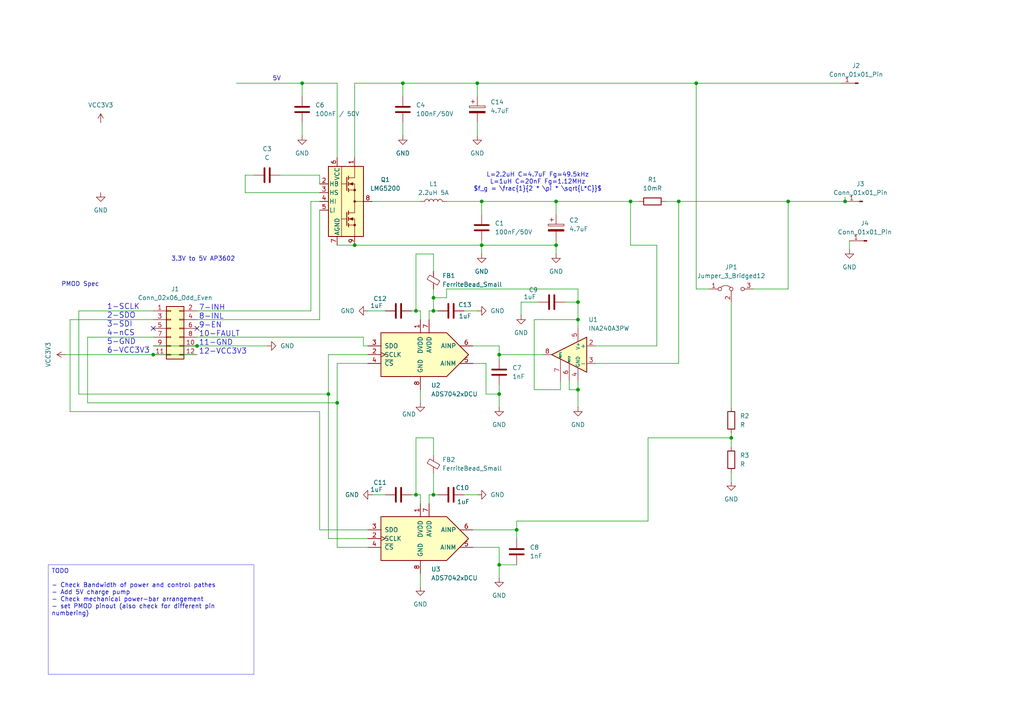
<source format=kicad_sch>
(kicad_sch (version 20250114) (generator "eeschema") (generator_version "9.0")
  (paper "A4")
  (lib_symbols
    (symbol "Amplifier_Current:INA240A3PW" (pin_names (offset 0.127))
      (property "Reference" "U" (at 3.81 3.81 0))
      (property "Value" "INA240A3PW" (at 3.81 -2.54 0))
      (symbol "INA240A3PW_0_1"
        (polyline (pts (xy 5.08 0) (xy -5.08 5.08) (xy -5.08 -5.08) (xy 5.08 0)) (stroke (width 0.254)) (fill (type background)))
      )
      (symbol "INA240A3PW_1_1"
        (pin input line (at -7.62 2.54 0) (length 2.54) (name "+") (number "2"))
        (pin input line (at -7.62 -2.54 0) (length 2.54) (name "-") (number "3"))
        (pin power_in line (at -2.54 7.62 270) (length 3.81) (name "V+") (number "5"))
        (pin passive line (at -2.54 -7.62 90) (length 3.81) (hide yes) (name "GND") (number "1"))
        (pin power_in line (at -2.54 -7.62 90) (length 3.81) (name "GND") (number "4"))
        (pin passive line (at 0 -7.62 90) (length 5.08) (name "REF2") (number "6"))
        (pin passive line (at 2.54 -7.62 90) (length 6.35) (name "REF1") (number "7"))
        (pin output line (at 7.62 0 180) (length 2.54) (name "~") (number "8"))
      )
    )
    (symbol "Analog_ADC:ADS7042xDCU" (pin_names (offset 1.016))
      (property "Reference" "U" (at -7.62 -7.62 0))
      (property "Value" "ADS7042xDCU" (at 2.54 -7.62 0))
      (symbol "ADS7042xDCU_0_1"
        (polyline (pts (xy -13.97 0) (xy -7.62 6.35) (xy 11.43 6.35) (xy 11.43 -6.35) (xy -7.62 -6.35) (xy -13.97 0)) (stroke (width 0.254)) (fill (type background)))
      )
      (symbol "ADS7042xDCU_1_1"
        (pin input line (at -15.24 2.54 0) (length 3.81) (name "AINP") (number "6"))
        (pin input line (at -15.24 -2.54 0) (length 3.81) (name "AINM") (number "5"))
        (pin power_in line (at -2.54 10.16 270) (length 3.81) (name "AVDD") (number "7"))
        (pin power_in line (at 0 10.16 270) (length 3.81) (name "DVDD") (number "1"))
        (pin power_in line (at 0 -10.16 90) (length 3.81) (name "GND") (number "8"))
        (pin output line (at 15.24 2.54 180) (length 3.81) (name "SDO") (number "3"))
        (pin input clock (at 15.24 0 180) (length 3.81) (name "SCLK") (number "2"))
        (pin input line (at 15.24 -2.54 180) (length 3.81) (name "~{CS}") (number "4"))
      )
    )
    (symbol "Connector:Conn_01x01_Pin" (pin_names (offset 1.016) (hide yes))
      (property "Reference" "J" (at 0 2.54 0))
      (property "Value" "Conn_01x01_Pin" (at 0 -2.54 0))
      (symbol "Conn_01x01_Pin_1_1"
        (rectangle (start 0.8636 0.127) (end 0 -0.127) (stroke (width 0.1524)) (fill (type outline)))
        (polyline (pts (xy 1.27 0) (xy 0.8636 0)) (stroke (width 0.1524)))
        (pin passive line (at 5.08 0 180) (length 3.81) (name "Pin_1") (number "1"))
      )
    )
    (symbol "Connector_Generic:Conn_02x06_Odd_Even" (pin_names (offset 1.016) (hide yes))
      (property "Reference" "J" (at 1.27 7.62 0))
      (property "Value" "Conn_02x06_Odd_Even" (at 1.27 -10.16 0))
      (symbol "Conn_02x06_Odd_Even_1_1"
        (rectangle (start -1.27 6.35) (end 3.81 -8.89) (stroke (width 0.254)) (fill (type background)))
        (rectangle (start -1.27 5.207) (end 0 4.953) (stroke (width 0.1524)))
        (rectangle (start -1.27 2.667) (end 0 2.413) (stroke (width 0.1524)))
        (rectangle (start -1.27 0.127) (end 0 -0.127) (stroke (width 0.1524)))
        (rectangle (start -1.27 -2.413) (end 0 -2.667) (stroke (width 0.1524)))
        (rectangle (start -1.27 -4.953) (end 0 -5.207) (stroke (width 0.1524)))
        (rectangle (start -1.27 -7.493) (end 0 -7.747) (stroke (width 0.1524)))
        (rectangle (start 3.81 5.207) (end 2.54 4.953) (stroke (width 0.1524)))
        (rectangle (start 3.81 2.667) (end 2.54 2.413) (stroke (width 0.1524)))
        (rectangle (start 3.81 0.127) (end 2.54 -0.127) (stroke (width 0.1524)))
        (rectangle (start 3.81 -2.413) (end 2.54 -2.667) (stroke (width 0.1524)))
        (rectangle (start 3.81 -4.953) (end 2.54 -5.207) (stroke (width 0.1524)))
        (rectangle (start 3.81 -7.493) (end 2.54 -7.747) (stroke (width 0.1524)))
        (pin passive line (at -5.08 5.08 0) (length 3.81) (name "Pin_1") (number "1"))
        (pin passive line (at -5.08 2.54 0) (length 3.81) (name "Pin_3") (number "3"))
        (pin passive line (at -5.08 0 0) (length 3.81) (name "Pin_5") (number "5"))
        (pin passive line (at -5.08 -2.54 0) (length 3.81) (name "Pin_7") (number "7"))
        (pin passive line (at -5.08 -5.08 0) (length 3.81) (name "Pin_9") (number "9"))
        (pin passive line (at -5.08 -7.62 0) (length 3.81) (name "Pin_11") (number "11"))
        (pin passive line (at 7.62 5.08 180) (length 3.81) (name "Pin_2") (number "2"))
        (pin passive line (at 7.62 2.54 180) (length 3.81) (name "Pin_4") (number "4"))
        (pin passive line (at 7.62 0 180) (length 3.81) (name "Pin_6") (number "6"))
        (pin passive line (at 7.62 -2.54 180) (length 3.81) (name "Pin_8") (number "8"))
        (pin passive line (at 7.62 -5.08 180) (length 3.81) (name "Pin_10") (number "10"))
        (pin passive line (at 7.62 -7.62 180) (length 3.81) (name "Pin_12") (number "12"))
      )
    )
    (symbol "Device:C" (pin_numbers (hide yes)) (pin_names (offset 0.254))
      (property "Reference" "C" (at 0.635 2.54 0))
      (property "Value" "C" (at 0.635 -2.54 0))
      (symbol "C_0_1"
        (polyline (pts (xy -2.032 0.762) (xy 2.032 0.762)) (stroke (width 0.508)))
        (polyline (pts (xy -2.032 -0.762) (xy 2.032 -0.762)) (stroke (width 0.508)))
      )
      (symbol "C_1_1"
        (pin passive line (at 0 3.81 270) (length 2.794) (name "~") (number "1"))
        (pin passive line (at 0 -3.81 90) (length 2.794) (name "~") (number "2"))
      )
    )
    (symbol "Device:C_Polarized" (pin_numbers (hide yes)) (pin_names (offset 0.254))
      (property "Reference" "C" (at 0.635 2.54 0))
      (property "Value" "C_Polarized" (at 0.635 -2.54 0))
      (symbol "C_Polarized_0_1"
        (rectangle (start -2.286 0.508) (end 2.286 1.016))
        (polyline (pts (xy -1.778 2.286) (xy -0.762 2.286)))
        (polyline (pts (xy -1.27 2.794) (xy -1.27 1.778)))
        (rectangle (start 2.286 -0.508) (end -2.286 -1.016) (fill (type outline)))
      )
      (symbol "C_Polarized_1_1"
        (pin passive line (at 0 3.81 270) (length 2.794) (name "~") (number "1"))
        (pin passive line (at 0 -3.81 90) (length 2.794) (name "~") (number "2"))
      )
    )
    (symbol "Device:FerriteBead_Small" (pin_numbers (hide yes)) (pin_names (offset 0))
      (property "Reference" "FB" (at 1.905 1.27 0))
      (property "Value" "FerriteBead_Small" (at 1.905 -1.27 0))
      (symbol "FerriteBead_Small_0_1"
        (polyline (pts (xy -1.8288 0.2794) (xy -1.1176 1.4986) (xy 1.8288 -0.2032) (xy 1.1176 -1.4224) (xy -1.8288 0.2794)))
        (polyline (pts (xy 0 0.889) (xy 0 1.2954)))
        (polyline (pts (xy 0 -1.27) (xy 0 -0.7874)))
      )
      (symbol "FerriteBead_Small_1_1"
        (pin passive line (at 0 2.54 270) (length 1.27) (name "~") (number "1"))
        (pin passive line (at 0 -2.54 90) (length 1.27) (name "~") (number "2"))
      )
    )
    (symbol "Device:L" (pin_numbers (hide yes)) (pin_names (offset 1.016) (hide yes))
      (property "Reference" "L" (at -1.27 0 90))
      (property "Value" "L" (at 1.905 0 90))
      (symbol "L_0_1"
        (arc (start 0 2.54) (mid 0.6323 1.905) (end 0 1.27))
        (arc (start 0 1.27) (mid 0.6323 0.635) (end 0 0))
        (arc (start 0 0) (mid 0.6323 -0.635) (end 0 -1.27))
        (arc (start 0 -1.27) (mid 0.6323 -1.905) (end 0 -2.54))
      )
      (symbol "L_1_1"
        (pin passive line (at 0 3.81 270) (length 1.27) (name "1") (number "1"))
        (pin passive line (at 0 -3.81 90) (length 1.27) (name "2") (number "2"))
      )
    )
    (symbol "Device:R" (pin_numbers (hide yes)) (pin_names (offset 0))
      (property "Reference" "R" (at 2.032 0 90))
      (property "Value" "R" (at 0 0 90))
      (symbol "R_0_1"
        (rectangle (start -1.016 -2.54) (end 1.016 2.54) (stroke (width 0.254)))
      )
      (symbol "R_1_1"
        (pin passive line (at 0 3.81 270) (length 1.27) (name "~") (number "1"))
        (pin passive line (at 0 -3.81 90) (length 1.27) (name "~") (number "2"))
      )
    )
    (symbol "Jumper:Jumper_3_Bridged12" (pin_names (offset 0) (hide yes)) (in_bom no)
      (property "Reference" "JP" (at -2.54 -2.54 0))
      (property "Value" "Jumper_3_Bridged12" (at 0 2.794 0))
      (symbol "Jumper_3_Bridged12_0_0"
        (circle (center -3.302 0) (radius 0.508))
        (circle (center 0 0) (radius 0.508))
        (circle (center 3.302 0) (radius 0.508))
      )
      (symbol "Jumper_3_Bridged12_0_1"
        (arc (start -3.048 0.508) (mid -1.651 0.9912) (end -0.254 0.508))
        (polyline (pts (xy 0 -1.27) (xy 0 -0.508)))
      )
      (symbol "Jumper_3_Bridged12_1_1"
        (pin passive line (at -6.35 0 0) (length 2.54) (name "A") (number "1"))
        (pin passive line (at 0 -3.81 90) (length 2.54) (name "C") (number "2"))
        (pin passive line (at 6.35 0 180) (length 2.54) (name "B") (number "3"))
      )
    )
    (symbol "Power_Management:LMG5200" (pin_names (offset 0.254))
      (property "Reference" "Q" (at 6.35 5.08 0))
      (property "Value" "LMG5200" (at 6.35 2.54 0))
      (symbol "LMG5200_0_1"
        (rectangle (start -5.08 10.16) (end 5.08 -10.16) (stroke (width 0.254)) (fill (type background)))
        (polyline (pts (xy -1.27 10.16) (xy -1.27 -10.16)))
        (polyline (pts (xy -1.27 5.08) (xy 0.254 5.08)))
        (polyline (pts (xy -1.27 -5.08) (xy 0.254 -5.08)))
        (polyline (pts (xy 0.254 6.985) (xy 0.254 3.175) (xy 0.254 3.175)) (stroke (width 0.254)))
        (polyline (pts (xy 0.254 -3.175) (xy 0.254 -6.985) (xy 0.254 -6.985)) (stroke (width 0.254)))
        (polyline (pts (xy 0.762 7.366) (xy 0.762 6.35)) (stroke (width 0.254)))
        (polyline (pts (xy 0.762 6.858) (xy 2.54 6.858) (xy 2.54 10.16)))
        (polyline (pts (xy 0.762 5.588) (xy 0.762 4.572)) (stroke (width 0.254)))
        (polyline (pts (xy 0.762 5.08) (xy 2.54 5.08) (xy 2.54 -3.302) (xy 0.762 -3.302)))
        (polyline (pts (xy 0.762 3.81) (xy 0.762 2.794)) (stroke (width 0.254)))
        (polyline (pts (xy 0.762 3.302) (xy 2.54 3.302)))
        (polyline (pts (xy 0.762 -2.794) (xy 0.762 -3.81)) (stroke (width 0.254)))
        (polyline (pts (xy 0.762 -4.572) (xy 0.762 -5.588)) (stroke (width 0.254)))
        (polyline (pts (xy 0.762 -6.35) (xy 0.762 -7.366)) (stroke (width 0.254)))
        (polyline (pts (xy 0.762 -6.858) (xy 2.54 -6.858)))
        (polyline (pts (xy 1.016 5.08) (xy 2.032 5.461) (xy 2.032 4.699) (xy 1.016 5.08)) (fill (type outline)))
        (polyline (pts (xy 1.016 -5.08) (xy 2.032 -4.699) (xy 2.032 -5.461) (xy 1.016 -5.08)) (fill (type outline)))
        (circle (center 2.54 3.302) (radius 0.2794) (fill (type outline)))
        (circle (center 2.54 0) (radius 0.2794) (fill (type outline)))
        (circle (center 2.54 -6.858) (radius 0.2794) (fill (type outline)))
        (polyline (pts (xy 2.54 -10.16) (xy 2.54 -5.08) (xy 0.762 -5.08)))
        (polyline (pts (xy 5.08 0) (xy 2.54 0)))
      )
      (symbol "LMG5200_1_1"
        (pin passive line (at -7.62 5.08 0) (length 2.54) (name "HB") (number "2"))
        (pin passive line (at -7.62 2.54 0) (length 2.54) (name "HS") (number "3"))
        (pin input line (at -7.62 0 0) (length 2.54) (name "HI") (number "4"))
        (pin input line (at -7.62 -2.54 0) (length 2.54) (name "LI") (number "5"))
        (pin power_in line (at -2.54 12.7 270) (length 2.54) (name "VCC") (number "6"))
        (pin power_in line (at -2.54 -12.7 90) (length 2.54) (name "AGND") (number "7"))
        (pin passive line (at 2.54 12.7 270) (length 2.54) (name "~") (number "1"))
        (pin passive line (at 2.54 -12.7 90) (length 2.54) (name "~") (number "9"))
        (pin passive line (at 7.62 0 180) (length 2.54) (name "~") (number "8"))
      )
    )
    (symbol "power:GND" (power) (pin_numbers (hide yes)) (pin_names (offset 0) (hide yes))
      (property "Value" "GND" (at 0 -3.81 0))
      (symbol "GND_0_1"
        (polyline (pts (xy 0 0) (xy 0 -1.27) (xy 1.27 -1.27) (xy 0 -2.54) (xy -1.27 -1.27) (xy 0 -1.27)))
      )
      (symbol "GND_1_1"
        (pin power_in line (at 0 0 270) (length 0) (name "~") (number "1"))
      )
    )
    (symbol "power:VCC" (power) (pin_numbers (hide yes)) (pin_names (offset 0) (hide yes))
      (property "Value" "VCC" (at 0 3.556 0))
      (symbol "VCC_0_1"
        (polyline (pts (xy -0.762 1.27) (xy 0 2.54)))
        (polyline (pts (xy 0 2.54) (xy 0.762 1.27)))
        (polyline (pts (xy 0 0) (xy 0 2.54)))
      )
      (symbol "VCC_1_1"
        (pin power_in line (at 0 0 90) (length 0) (name "~") (number "1"))
      )
    )
  )
  (text "1-SCLK\n2-SDO\n3-SDI\n4-nCS\n5-GND\n6-VCC3V3" (at 30.988 88.138 0) (effects (font (size 1.5748 1.5748)) (justify left top)))
  (text "3.3V to 5V AP3602" (at 58.928 75.184 0) (effects (font (size 1.27 1.27))))
  (text "L=2.2uH C=4.7uF Fg=49.5kHz\nL=1uH C=20nF Fg=1.12MHz\n$f_g = \\frac{1}{2 * \\pi * \\sqrt{L*C}}$" (at 155.956 52.832 0) (effects (font (size 1.27 1.27))))
  (text "PMOD Spec" (exclude_from_sim yes) (at 17.78 81.788 0) (effects (font (size 1.27 1.27)) (justify left top)))
  (text "5V" (at 80.264 22.86 0) (effects (font (size 1.27 1.27))))
  (text "7-INH\n8-INL\n9-EN\n10-FAULT\n11-GND\n12-VCC3V3" (at 57.658 88.392 0) (effects (font (size 1.5748 1.5748)) (justify left top)))
  (text_box "TODO\n\n- Check Bandwidth of power and control pathes\n- Add 5V charge pump\n- Check mechanical power-bar arrangement\n- set PMOD pinout (also check for different pin numbering)" (exclude_from_sim yes) (at 13.97 163.83 0) (size 59.69 31.75) (margins 0.9525 0.9525 0.9525 0.9525) (stroke (width 0.0254)) (effects (font (size 1.27 1.27)) (justify left top)))
  (junction (at 97.79 116.84))
  (junction (at 95.25 114.3))
  (junction (at 149.86 153.67))
  (junction (at 228.6 58.42))
  (junction (at 120.65 143.51))
  (junction (at 138.43 24.13))
  (junction (at 125.73 86.36))
  (junction (at 167.64 113.03))
  (junction (at 182.88 58.42))
  (junction (at 144.78 114.3))
  (junction (at 245.11 58.42))
  (junction (at 139.7 71.12))
  (junction (at 212.09 127))
  (junction (at 44.45 102.87))
  (junction (at 125.73 143.51))
  (junction (at 57.15 100.33))
  (junction (at 167.64 92.71))
  (junction (at 125.73 90.17))
  (junction (at 161.29 58.42))
  (junction (at 87.63 24.13))
  (junction (at 167.64 87.63))
  (junction (at 116.84 24.13))
  (junction (at 102.87 71.12))
  (junction (at 144.78 102.87))
  (junction (at 161.29 71.12))
  (junction (at 144.78 163.83))
  (junction (at 120.65 90.17))
  (junction (at 196.85 58.42))
  (junction (at 139.7 58.42))
  (junction (at 201.93 24.13))
  (no_connect (at 44.45 95.25))
  (no_connect (at 57.15 95.25))
  (wire (pts (xy 182.88 71.12) (xy 182.88 58.42)))
  (wire (pts (xy 71.12 50.8) (xy 73.66 50.8)))
  (wire (pts (xy 97.79 116.84) (xy 25.4 116.84)))
  (wire (pts (xy 124.46 143.51) (xy 125.73 143.51)))
  (wire (pts (xy 121.92 166.37) (xy 121.92 170.18)))
  (wire (pts (xy 140.97 105.41) (xy 140.97 114.3)))
  (wire (pts (xy 187.96 127) (xy 212.09 127)))
  (wire (pts (xy 167.64 113.03) (xy 167.64 118.11)))
  (wire (pts (xy 149.86 163.83) (xy 144.78 163.83)))
  (wire (pts (xy 137.16 158.75) (xy 144.78 158.75)))
  (wire (pts (xy 125.73 73.66) (xy 125.73 78.74)))
  (wire (pts (xy 129.54 86.36) (xy 125.73 86.36)))
  (wire (pts (xy 187.96 127) (xy 187.96 151.13)))
  (wire (pts (xy 138.43 24.13) (xy 138.43 27.94)))
  (wire (pts (xy 139.7 71.12) (xy 161.29 71.12)))
  (wire (pts (xy 144.78 163.83) (xy 144.78 167.64)))
  (wire (pts (xy 149.86 153.67) (xy 149.86 156.21)))
  (wire (pts (xy 97.79 116.84) (xy 97.79 158.75)))
  (wire (pts (xy 125.73 137.16) (xy 125.73 143.51)))
  (wire (pts (xy 44.45 100.33) (xy 57.15 100.33)))
  (wire (pts (xy 125.73 127) (xy 125.73 132.08)))
  (wire (pts (xy 212.09 137.16) (xy 212.09 139.7)))
  (wire (pts (xy 140.97 114.3) (xy 144.78 114.3)))
  (wire (pts (xy 102.87 24.13) (xy 102.87 45.72)))
  (wire (pts (xy 120.65 127) (xy 125.73 127)))
  (wire (pts (xy 138.43 24.13) (xy 201.93 24.13)))
  (wire (pts (xy 124.46 92.71) (xy 124.46 90.17)))
  (wire (pts (xy 125.73 90.17) (xy 127 90.17)))
  (wire (pts (xy 120.65 143.51) (xy 120.65 127)))
  (wire (pts (xy 44.45 102.87) (xy 57.15 102.87)))
  (wire (pts (xy 95.25 102.87) (xy 95.25 114.3)))
  (wire (pts (xy 228.6 83.82) (xy 228.6 58.42)))
  (wire (pts (xy 201.93 24.13) (xy 243.84 24.13)))
  (wire (pts (xy 196.85 58.42) (xy 228.6 58.42)))
  (wire (pts (xy 149.86 153.67) (xy 149.86 151.13)))
  (wire (pts (xy 57.15 100.33) (xy 77.47 100.33)))
  (wire (pts (xy 105.41 100.33) (xy 106.68 100.33)))
  (wire (pts (xy 167.64 83.82) (xy 129.54 83.82)))
  (wire (pts (xy 124.46 90.17) (xy 125.73 90.17)))
  (wire (pts (xy 116.84 24.13) (xy 116.84 27.94)))
  (wire (pts (xy 157.48 102.87) (xy 144.78 102.87)))
  (wire (pts (xy 144.78 158.75) (xy 144.78 163.83)))
  (wire (pts (xy 162.56 110.49) (xy 162.56 113.03)))
  (wire (pts (xy 120.65 143.51) (xy 121.92 143.51)))
  (wire (pts (xy 120.65 73.66) (xy 125.73 73.66)))
  (wire (pts (xy 134.62 143.51) (xy 138.43 143.51)))
  (wire (pts (xy 161.29 71.12) (xy 161.29 73.66)))
  (wire (pts (xy 116.84 35.56) (xy 116.84 39.37)))
  (wire (pts (xy 92.71 50.8) (xy 92.71 53.34)))
  (wire (pts (xy 119.38 143.51) (xy 120.65 143.51)))
  (wire (pts (xy 161.29 71.12) (xy 161.29 69.85)))
  (wire (pts (xy 144.78 114.3) (xy 144.78 118.11)))
  (wire (pts (xy 107.95 58.42) (xy 121.92 58.42)))
  (wire (pts (xy 111.76 143.51) (xy 107.95 143.51)))
  (wire (pts (xy 165.1 113.03) (xy 167.64 113.03)))
  (wire (pts (xy 57.15 97.79) (xy 105.41 97.79)))
  (wire (pts (xy 149.86 151.13) (xy 187.96 151.13)))
  (wire (pts (xy 212.09 127) (xy 212.09 129.54)))
  (wire (pts (xy 20.32 119.38) (xy 92.71 119.38)))
  (wire (pts (xy 154.94 113.03) (xy 154.94 92.71)))
  (wire (pts (xy 129.54 83.82) (xy 129.54 86.36)))
  (wire (pts (xy 246.38 69.85) (xy 246.38 72.39)))
  (wire (pts (xy 124.46 143.51) (xy 124.46 146.05)))
  (wire (pts (xy 121.92 90.17) (xy 121.92 92.71)))
  (wire (pts (xy 87.63 35.56) (xy 87.63 39.37)))
  (wire (pts (xy 144.78 102.87) (xy 144.78 104.14)))
  (wire (pts (xy 125.73 83.82) (xy 125.73 86.36)))
  (wire (pts (xy 228.6 58.42) (xy 245.11 58.42)))
  (wire (pts (xy 116.84 24.13) (xy 138.43 24.13)))
  (wire (pts (xy 22.86 90.17) (xy 22.86 114.3)))
  (wire (pts (xy 87.63 24.13) (xy 87.63 27.94)))
  (wire (pts (xy 144.78 111.76) (xy 144.78 114.3)))
  (wire (pts (xy 139.7 58.42) (xy 139.7 62.23)))
  (wire (pts (xy 151.13 87.63) (xy 156.21 87.63)))
  (wire (pts (xy 167.64 83.82) (xy 167.64 87.63)))
  (wire (pts (xy 129.54 58.42) (xy 139.7 58.42)))
  (wire (pts (xy 116.84 24.13) (xy 102.87 24.13)))
  (wire (pts (xy 167.64 110.49) (xy 167.64 113.03)))
  (wire (pts (xy 139.7 69.85) (xy 139.7 71.12)))
  (wire (pts (xy 97.79 71.12) (xy 102.87 71.12)))
  (wire (pts (xy 68.58 24.13) (xy 87.63 24.13)))
  (wire (pts (xy 137.16 105.41) (xy 140.97 105.41)))
  (wire (pts (xy 162.56 113.03) (xy 154.94 113.03)))
  (wire (pts (xy 212.09 87.63) (xy 212.09 118.11)))
  (wire (pts (xy 201.93 83.82) (xy 201.93 24.13)))
  (wire (pts (xy 165.1 110.49) (xy 165.1 113.03)))
  (wire (pts (xy 190.5 71.12) (xy 182.88 71.12)))
  (wire (pts (xy 138.43 35.56) (xy 138.43 39.37)))
  (wire (pts (xy 57.15 92.71) (xy 92.71 92.71)))
  (wire (pts (xy 95.25 102.87) (xy 106.68 102.87)))
  (wire (pts (xy 212.09 125.73) (xy 212.09 127)))
  (wire (pts (xy 144.78 100.33) (xy 137.16 100.33)))
  (wire (pts (xy 182.88 58.42) (xy 185.42 58.42)))
  (wire (pts (xy 106.68 153.67) (xy 92.71 153.67)))
  (wire (pts (xy 154.94 92.71) (xy 167.64 92.71)))
  (wire (pts (xy 81.28 50.8) (xy 92.71 50.8)))
  (wire (pts (xy 44.45 97.79) (xy 25.4 97.79)))
  (wire (pts (xy 121.92 143.51) (xy 121.92 146.05)))
  (wire (pts (xy 22.86 114.3) (xy 95.25 114.3)))
  (wire (pts (xy 95.25 114.3) (xy 95.25 156.21)))
  (wire (pts (xy 163.83 87.63) (xy 167.64 87.63)))
  (wire (pts (xy 97.79 105.41) (xy 106.68 105.41)))
  (wire (pts (xy 92.71 55.88) (xy 71.12 55.88)))
  (wire (pts (xy 196.85 105.41) (xy 172.72 105.41)))
  (wire (pts (xy 196.85 58.42) (xy 196.85 105.41)))
  (wire (pts (xy 44.45 92.71) (xy 20.32 92.71)))
  (wire (pts (xy 134.62 90.17) (xy 138.43 90.17)))
  (wire (pts (xy 102.87 71.12) (xy 139.7 71.12)))
  (wire (pts (xy 25.4 97.79) (xy 25.4 116.84)))
  (wire (pts (xy 125.73 143.51) (xy 127 143.51)))
  (wire (pts (xy 205.74 83.82) (xy 201.93 83.82)))
  (wire (pts (xy 19.05 102.87) (xy 44.45 102.87)))
  (wire (pts (xy 20.32 92.71) (xy 20.32 119.38)))
  (wire (pts (xy 92.71 60.96) (xy 92.71 92.71)))
  (wire (pts (xy 92.71 153.67) (xy 92.71 119.38)))
  (wire (pts (xy 125.73 86.36) (xy 125.73 90.17)))
  (wire (pts (xy 167.64 95.25) (xy 167.64 92.71)))
  (wire (pts (xy 172.72 100.33) (xy 190.5 100.33)))
  (wire (pts (xy 90.17 58.42) (xy 90.17 90.17)))
  (wire (pts (xy 167.64 87.63) (xy 167.64 92.71)))
  (wire (pts (xy 87.63 24.13) (xy 97.79 24.13)))
  (wire (pts (xy 151.13 91.44) (xy 151.13 87.63)))
  (wire (pts (xy 190.5 100.33) (xy 190.5 71.12)))
  (wire (pts (xy 97.79 105.41) (xy 97.79 116.84)))
  (wire (pts (xy 105.41 100.33) (xy 105.41 97.79)))
  (wire (pts (xy 71.12 55.88) (xy 71.12 50.8)))
  (wire (pts (xy 137.16 153.67) (xy 149.86 153.67)))
  (wire (pts (xy 120.65 90.17) (xy 120.65 73.66)))
  (wire (pts (xy 106.68 90.17) (xy 111.76 90.17)))
  (wire (pts (xy 139.7 71.12) (xy 139.7 73.66)))
  (wire (pts (xy 97.79 158.75) (xy 106.68 158.75)))
  (wire (pts (xy 22.86 90.17) (xy 44.45 90.17)))
  (wire (pts (xy 139.7 58.42) (xy 161.29 58.42)))
  (wire (pts (xy 245.11 57.15) (xy 245.11 58.42)))
  (wire (pts (xy 57.15 90.17) (xy 90.17 90.17)))
  (wire (pts (xy 95.25 156.21) (xy 106.68 156.21)))
  (wire (pts (xy 97.79 24.13) (xy 97.79 45.72)))
  (wire (pts (xy 218.44 83.82) (xy 228.6 83.82)))
  (wire (pts (xy 121.92 113.03) (xy 121.92 116.84)))
  (wire (pts (xy 92.71 58.42) (xy 90.17 58.42)))
  (wire (pts (xy 161.29 58.42) (xy 182.88 58.42)))
  (wire (pts (xy 120.65 90.17) (xy 121.92 90.17)))
  (wire (pts (xy 144.78 102.87) (xy 144.78 100.33)))
  (wire (pts (xy 193.04 58.42) (xy 196.85 58.42)))
  (wire (pts (xy 161.29 58.42) (xy 161.29 62.23)))
  (wire (pts (xy 119.38 90.17) (xy 120.65 90.17)))
  (symbol (lib_id "power:GND") (at 29.21 55.88 0) (unit 1)
    (property "Reference" "#PWR020" (effects (hide yes)))
    (property "Value" "GND" (at 29.21 60.96 0))
    (property "Description" "Power symbol creates a global label with name \"GND\" , ground" (effects (hide yes)))
  )
  (symbol (lib_id "Device:C") (at 130.81 90.17 90) (unit 1)
    (property "Reference" "C13" (at 134.874 88.392 90))
    (property "Value" "1uF" (at 134.874 91.694 90))
    (property "Footprint" "Capacitor_SMD:C_0603_1608Metric" (effects (hide yes)))
    (property "Description" "Unpolarized capacitor" (effects (hide yes)))
  )
  (symbol (lib_id "power:GND") (at 121.92 170.18 0) (unit 1)
    (property "Reference" "#PWR09" (effects (hide yes)))
    (property "Value" "GND" (at 121.92 175.26 0))
    (property "Description" "Power symbol creates a global label with name \"GND\" , ground" (effects (hide yes)))
  )
  (symbol (lib_id "Device:C") (at 160.02 87.63 90) (unit 1)
    (property "Reference" "C9" (at 154.686 84.074 90))
    (property "Value" "1uF" (at 153.67 86.106 90))
    (property "Footprint" "Capacitor_SMD:C_0603_1608Metric" (effects (hide yes)))
    (property "Description" "Unpolarized capacitor" (effects (hide yes)))
  )
  (symbol (lib_id "Connector:Conn_01x01_Pin") (at 250.19 58.42 0) (mirror y) (unit 1)
    (property "Reference" "J3" (at 249.555 53.34 0))
    (property "Value" "Conn_01x01_Pin" (at 249.555 55.88 0))
    (property "Footprint" "MountingHole:MountingHole_3.2mm_M3_Pad_Via" (effects (hide yes)))
    (property "Description" "Generic connector, single row, 01x01, script generated" (effects (hide yes)))
  )
  (symbol (lib_id "power:GND") (at 246.38 72.39 0) (unit 1)
    (property "Reference" "#PWR016" (effects (hide yes)))
    (property "Value" "GND" (at 246.38 77.47 0))
    (property "Description" "Power symbol creates a global label with name \"GND\" , ground" (effects (hide yes)))
  )
  (symbol (lib_id "power:GND") (at 138.43 143.51 90) (unit 1)
    (property "Reference" "#PWR014" (effects (hide yes)))
    (property "Value" "GND" (at 142.24 143.5099 90) (effects (justify right)))
    (property "Description" "Power symbol creates a global label with name \"GND\" , ground" (effects (hide yes)))
  )
  (symbol (lib_id "power:GND") (at 212.09 139.7 0) (unit 1)
    (property "Reference" "#PWR06" (effects (hide yes)))
    (property "Value" "GND" (at 212.09 144.78 0))
    (property "Description" "Power symbol creates a global label with name \"GND\" , ground" (effects (hide yes)))
  )
  (symbol (lib_id "Device:R") (at 189.23 58.42 90) (unit 1)
    (property "Reference" "R1" (at 189.23 52.07 90))
    (property "Value" "10mR" (at 189.23 54.61 90))
    (property "Footprint" "Resistor_SMD:R_2512_6332Metric" (effects (hide yes)))
    (property "Description" "Resistor" (effects (hide yes)))
  )
  (symbol (lib_id "power:GND") (at 144.78 118.11 0) (unit 1)
    (property "Reference" "#PWR011" (effects (hide yes)))
    (property "Value" "GND" (at 144.78 123.19 0))
    (property "Description" "Power symbol creates a global label with name \"GND\" , ground" (effects (hide yes)))
  )
  (symbol (lib_id "Device:C") (at 115.57 90.17 90) (unit 1)
    (property "Reference" "C12" (at 110.236 86.614 90))
    (property "Value" "1uF" (at 109.22 88.646 90))
    (property "Footprint" "Capacitor_SMD:C_0603_1608Metric" (effects (hide yes)))
    (property "Description" "Unpolarized capacitor" (effects (hide yes)))
  )
  (symbol (lib_id "power:GND") (at 116.84 39.37 0) (unit 1)
    (property "Reference" "#PWR03" (effects (hide yes)))
    (property "Value" "GND" (at 116.84 44.45 0))
    (property "Description" "Power symbol creates a global label with name \"GND\" , ground" (effects (hide yes)))
  )
  (symbol (lib_id "Device:C") (at 77.47 50.8 90) (unit 1)
    (property "Reference" "C3" (at 77.47 43.18 90))
    (property "Value" "C" (at 77.47 45.72 90))
    (property "Footprint" "Capacitor_SMD:C_0603_1608Metric_Pad1.08x0.95mm_HandSolder" (effects (hide yes)))
    (property "Description" "Unpolarized capacitor" (effects (hide yes)))
  )
  (symbol (lib_id "Connector:Conn_01x01_Pin") (at 248.92 24.13 0) (mirror y) (unit 1)
    (property "Reference" "J2" (at 248.285 19.05 0))
    (property "Value" "Conn_01x01_Pin" (at 248.285 21.59 0))
    (property "Footprint" "MountingHole:MountingHole_3.2mm_M3_Pad_Via" (effects (hide yes)))
    (property "Description" "Generic connector, single row, 01x01, script generated" (effects (hide yes)))
  )
  (symbol (lib_id "power:GND") (at 161.29 73.66 0) (unit 1)
    (property "Reference" "#PWR01" (effects (hide yes)))
    (property "Value" "GND" (at 161.29 78.74 0))
    (property "Description" "Power symbol creates a global label with name \"GND\" , ground" (effects (hide yes)))
  )
  (symbol (lib_id "Device:C") (at 149.86 160.02 0) (unit 1)
    (property "Reference" "C8" (at 153.67 158.7499 0) (effects (justify left)))
    (property "Value" "1nF" (at 153.67 161.2899 0) (effects (justify left)))
    (property "Footprint" "Capacitor_SMD:C_0603_1608Metric_Pad1.08x0.95mm_HandSolder" (effects (hide yes)))
    (property "Description" "Unpolarized capacitor" (effects (hide yes)))
  )
  (symbol (lib_id "Analog_ADC:ADS7042xDCU") (at 121.92 102.87 0) (mirror y) (unit 1)
    (property "Reference" "U2" (at 125.0381 111.76 0) (effects (justify right)))
    (property "Value" "ADS7042xDCU" (at 125.0381 114.3 0) (effects (justify right)))
    (property "Footprint" "Package_SO:VSSOP-8_2.3x2mm_P0.5mm" (effects (hide yes)))
    (property "Datasheet" "http://www.ti.com/lit/ds/symlink/ads7042.pdf" (effects (hide yes)))
    (property "Description" "Ultra-Low Power, Ultra-Small Size, 12-Bit, 1-MSPS, SAR ADC" (effects (hide yes)))
  )
  (symbol (lib_id "power:GND") (at 138.43 90.17 90) (unit 1)
    (property "Reference" "#PWR013" (effects (hide yes)))
    (property "Value" "GND" (at 142.24 90.1699 90) (effects (justify right)))
    (property "Description" "Power symbol creates a global label with name \"GND\" , ground" (effects (hide yes)))
  )
  (symbol (lib_id "Device:C") (at 139.7 66.04 0) (unit 1)
    (property "Reference" "C1" (at 143.51 64.7699 0) (effects (justify left)))
    (property "Value" "100nF/50V" (at 143.51 67.3099 0) (effects (justify left)))
    (property "Footprint" "Capacitor_SMD:C_0603_1608Metric_Pad1.08x0.95mm_HandSolder" (effects (hide yes)))
    (property "Description" "Unpolarized capacitor" (effects (hide yes)))
  )
  (symbol (lib_id "power:GND") (at 144.78 167.64 0) (unit 1)
    (property "Reference" "#PWR010" (effects (hide yes)))
    (property "Value" "GND" (at 144.78 172.72 0))
    (property "Description" "Power symbol creates a global label with name \"GND\" , ground" (effects (hide yes)))
  )
  (symbol (lib_id "Device:R") (at 212.09 133.35 180) (unit 1)
    (property "Reference" "R3" (at 214.63 132.0799 0) (effects (justify right)))
    (property "Value" "R" (at 214.63 134.6199 0) (effects (justify right)))
    (property "Footprint" "Resistor_SMD:R_0603_1608Metric_Pad0.98x0.95mm_HandSolder" (effects (hide yes)))
    (property "Description" "Resistor" (effects (hide yes)))
  )
  (symbol (lib_id "Analog_ADC:ADS7042xDCU") (at 121.92 156.21 0) (mirror y) (unit 1)
    (property "Reference" "U3" (at 125.0381 165.1 0) (effects (justify right)))
    (property "Value" "ADS7042xDCU" (at 125.0381 167.64 0) (effects (justify right)))
    (property "Footprint" "Package_SO:VSSOP-8_2.3x2mm_P0.5mm" (effects (hide yes)))
    (property "Datasheet" "http://www.ti.com/lit/ds/symlink/ads7042.pdf" (effects (hide yes)))
    (property "Description" "Ultra-Low Power, Ultra-Small Size, 12-Bit, 1-MSPS, SAR ADC" (effects (hide yes)))
  )
  (symbol (lib_id "Device:L") (at 125.73 58.42 90) (unit 1)
    (property "Reference" "L1" (at 125.73 53.34 90))
    (property "Value" "2.2uH 5A" (at 125.73 55.88 90))
    (property "Footprint" "Inductor_SMD:L_7.3x7.3_H4.5" (effects (hide yes)))
    (property "Datasheet" "https://www.we-online.com/components/products/datasheet/744777002.pdf" (effects (hide yes)))
    (property "Description" "Inductor" (effects (hide yes)))
    (property "mfg#" "würth 744777002" (effects (hide yes)))
  )
  (symbol (lib_id "Connector:Conn_01x01_Pin") (at 251.46 69.85 0) (mirror y) (unit 1)
    (property "Reference" "J4" (at 250.825 64.77 0))
    (property "Value" "Conn_01x01_Pin" (at 250.825 67.31 0))
    (property "Footprint" "MountingHole:MountingHole_3.2mm_M3_Pad_Via" (effects (hide yes)))
    (property "Description" "Generic connector, single row, 01x01, script generated" (effects (hide yes)))
  )
  (symbol (lib_id "Device:C_Polarized") (at 138.43 31.75 0) (unit 1)
    (property "Reference" "C14" (at 142.24 29.5909 0) (effects (justify left)))
    (property "Value" "4.7uF" (at 142.24 32.1309 0) (effects (justify left)))
    (property "Footprint" "Capacitor_Tantalum_SMD:CP_EIA-7132-28_AVX-C" (effects (hide yes)))
    (property "Description" "Polarized capacitor" (effects (hide yes)))
  )
  (symbol (lib_id "power:VCC") (at 19.05 102.87 90) (mirror x) (unit 1)
    (property "Reference" "#PWR019" (effects (hide yes)))
    (property "Value" "VCC3V3" (at 13.97 102.87 0))
    (property "Description" "Power symbol creates a global label with name \"VCC\"" (effects (hide yes)))
  )
  (symbol (lib_id "power:GND") (at 167.64 118.11 0) (unit 1)
    (property "Reference" "#PWR08" (effects (hide yes)))
    (property "Value" "GND" (at 167.64 123.19 0))
    (property "Description" "Power symbol creates a global label with name \"GND\" , ground" (effects (hide yes)))
  )
  (symbol (lib_id "Device:C_Polarized") (at 161.29 66.04 0) (unit 1)
    (property "Reference" "C2" (at 165.1 63.8809 0) (effects (justify left)))
    (property "Value" "4.7uF" (at 165.1 66.4209 0) (effects (justify left)))
    (property "Footprint" "Capacitor_Tantalum_SMD:CP_EIA-7132-28_AVX-C" (effects (hide yes)))
    (property "Description" "Polarized capacitor" (effects (hide yes)))
  )
  (symbol (lib_id "Device:FerriteBead_Small") (at 125.73 134.62 0) (unit 1)
    (property "Reference" "FB2" (at 128.27 133.3118 0) (effects (justify left)))
    (property "Value" "FerriteBead_Small" (at 128.27 135.8518 0) (effects (justify left)))
    (property "Footprint" "Inductor_SMD:L_Coilcraft_0604HQ_1610Metric" (effects (hide yes)))
    (property "Description" "Ferrite bead, small symbol" (effects (hide yes)))
  )
  (symbol (lib_id "power:GND") (at 138.43 39.37 0) (unit 1)
    (property "Reference" "#PWR04" (effects (hide yes)))
    (property "Value" "GND" (at 138.43 44.45 0))
    (property "Description" "Power symbol creates a global label with name \"GND\" , ground" (effects (hide yes)))
  )
  (symbol (lib_id "power:GND") (at 87.63 39.37 0) (unit 1)
    (property "Reference" "#PWR05" (effects (hide yes)))
    (property "Value" "GND" (at 87.63 44.45 0))
    (property "Description" "Power symbol creates a global label with name \"GND\" , ground" (effects (hide yes)))
  )
  (symbol (lib_id "Connector_Generic:Conn_02x06_Odd_Even") (at 49.53 95.25 0) (unit 1)
    (property "Reference" "J1" (at 50.8 83.82 0))
    (property "Value" "Conn_02x06_Odd_Even" (at 50.8 86.36 0))
    (property "Footprint" "Connector_PinHeader_2.54mm:PinHeader_2x06_P2.54mm_Horizontal" (effects (hide yes)))
    (property "Description" "Generic connector, double row, 02x06, odd/even pin numbering scheme (row 1 odd numbers, row 2 even numbers), script generated (kicad-library-utils/schlib/autogen/connector/)" (effects (hide yes)))
  )
  (symbol (lib_id "Amplifier_Current:INA240A3PW") (at 165.1 102.87 0) (mirror y) (unit 1)
    (property "Reference" "U1" (at 170.6565 92.71 0) (effects (justify right)))
    (property "Value" "INA240A3PW" (at 170.6565 95.25 0) (effects (justify right)))
    (property "Footprint" "Package_SO:TSSOP-8_4.4x3mm_P0.65mm" (effects (hide yes)))
    (property "Datasheet" "http://www.ti.com/lit/ds/symlink/ina240.pdf" (effects (hide yes)))
    (property "Description" "High- and Low-Side, Bidirectional, Zero-Drift, Current-Sense Amplifier With Enhanced PWM Rejection, 100V/V, TSSOP-8" (effects (hide yes)))
  )
  (symbol (lib_id "Device:C") (at 130.81 143.51 90) (unit 1)
    (property "Reference" "C10" (at 134.112 141.478 90))
    (property "Value" "1uF" (at 134.366 145.542 90))
    (property "Footprint" "Capacitor_SMD:C_0603_1608Metric" (effects (hide yes)))
    (property "Description" "Unpolarized capacitor" (effects (hide yes)))
  )
  (symbol (lib_id "Device:FerriteBead_Small") (at 125.73 81.28 0) (unit 1)
    (property "Reference" "FB1" (at 128.27 79.9718 0) (effects (justify left)))
    (property "Value" "FerriteBead_Small" (at 128.27 82.5118 0) (effects (justify left)))
    (property "Footprint" "Inductor_SMD:L_Coilcraft_0604HQ_1610Metric" (effects (hide yes)))
    (property "Description" "Ferrite bead, small symbol" (effects (hide yes)))
  )
  (symbol (lib_id "Device:C") (at 87.63 31.75 0) (unit 1)
    (property "Reference" "C6" (at 91.44 30.4799 0) (effects (justify left)))
    (property "Value" "100nF / 50V" (at 91.44 33.0199 0) (effects (justify left)))
    (property "Footprint" "Capacitor_SMD:C_0603_1608Metric_Pad1.08x0.95mm_HandSolder" (effects (hide yes)))
    (property "Description" "Unpolarized capacitor" (effects (hide yes)))
  )
  (symbol (lib_id "power:GND") (at 139.7 73.66 0) (unit 1)
    (property "Reference" "#PWR02" (effects (hide yes)))
    (property "Value" "GND" (at 139.7 78.74 0))
    (property "Description" "Power symbol creates a global label with name \"GND\" , ground" (effects (hide yes)))
  )
  (symbol (lib_id "Device:R") (at 212.09 121.92 180) (unit 1)
    (property "Reference" "R2" (at 214.63 120.6499 0) (effects (justify right)))
    (property "Value" "R" (at 214.63 123.1899 0) (effects (justify right)))
    (property "Footprint" "Resistor_SMD:R_0603_1608Metric_Pad0.98x0.95mm_HandSolder" (effects (hide yes)))
    (property "Description" "Resistor" (effects (hide yes)))
  )
  (symbol (lib_id "power:GND") (at 107.95 143.51 270) (mirror x) (unit 1)
    (property "Reference" "#PWR015" (effects (hide yes)))
    (property "Value" "GND" (at 104.14 143.5099 90) (effects (justify right)))
    (property "Description" "Power symbol creates a global label with name \"GND\" , ground" (effects (hide yes)))
  )
  (symbol (lib_id "Device:C") (at 116.84 31.75 0) (unit 1)
    (property "Reference" "C4" (at 120.65 30.4799 0) (effects (justify left)))
    (property "Value" "100nF/50V" (at 120.65 33.0199 0) (effects (justify left)))
    (property "Footprint" "Capacitor_SMD:C_0603_1608Metric_Pad1.08x0.95mm_HandSolder" (effects (hide yes)))
    (property "Description" "Unpolarized capacitor" (effects (hide yes)))
  )
  (symbol (lib_id "Device:C") (at 144.78 107.95 0) (unit 1)
    (property "Reference" "C7" (at 148.59 106.6799 0) (effects (justify left)))
    (property "Value" "1nF" (at 148.59 109.2199 0) (effects (justify left)))
    (property "Footprint" "Capacitor_SMD:C_0603_1608Metric_Pad1.08x0.95mm_HandSolder" (effects (hide yes)))
    (property "Description" "Unpolarized capacitor" (effects (hide yes)))
  )
  (symbol (lib_id "power:GND") (at 106.68 90.17 270) (mirror x) (unit 1)
    (property "Reference" "#PWR017" (effects (hide yes)))
    (property "Value" "GND" (at 102.87 90.1699 90) (effects (justify right)))
    (property "Description" "Power symbol creates a global label with name \"GND\" , ground" (effects (hide yes)))
  )
  (symbol (lib_id "power:GND") (at 121.92 116.84 0) (unit 1)
    (property "Reference" "#PWR07" (effects (hide yes)))
    (property "Value" "GND" (at 118.618 120.142 0))
    (property "Description" "Power symbol creates a global label with name \"GND\" , ground" (effects (hide yes)))
  )
  (symbol (lib_id "Power_Management:LMG5200") (at 100.33 58.42 0) (unit 1)
    (property "Reference" "Q1" (at 111.76 52.1014 0))
    (property "Value" "LMG5200" (at 111.76 54.6414 0))
    (property "Footprint" "Package_DFN_QFN:Texas_MOF0009A" (effects (hide yes)))
    (property "Datasheet" "http://www.ti.com/lit/ds/symlink/lmg5200.pdf" (effects (hide yes)))
    (property "Description" "80-V, 10-A GaN Half-Bridge Power Stage, MOF0009A" (effects (hide yes)))
  )
  (symbol (lib_id "power:GND") (at 77.47 100.33 90) (unit 1)
    (property "Reference" "#PWR018" (effects (hide yes)))
    (property "Value" "GND" (at 81.28 100.3299 90) (effects (justify right)))
    (property "Description" "Power symbol creates a global label with name \"GND\" , ground" (effects (hide yes)))
  )
  (symbol (lib_id "Device:C") (at 115.57 143.51 90) (unit 1)
    (property "Reference" "C11" (at 110.236 139.954 90))
    (property "Value" "1uF" (at 109.22 141.986 90))
    (property "Footprint" "Capacitor_SMD:C_0603_1608Metric" (effects (hide yes)))
    (property "Description" "Unpolarized capacitor" (effects (hide yes)))
  )
  (symbol (lib_id "Jumper:Jumper_3_Bridged12") (at 212.09 83.82 0) (unit 1) (in_bom no)
    (property "Reference" "JP1" (at 212.09 77.47 0))
    (property "Value" "Jumper_3_Bridged12" (at 212.09 80.01 0))
    (property "Footprint" "Jumper:SolderJumper-3_P1.3mm_Open_Pad1.0x1.5mm" (effects (hide yes)))
    (property "Description" "Jumper, 3-pole, pins 1+2 closed/bridged" (effects (hide yes)))
  )
  (symbol (lib_id "power:GND") (at 151.13 91.44 0) (unit 1)
    (property "Reference" "#PWR012" (effects (hide yes)))
    (property "Value" "GND" (at 151.13 96.52 0))
    (property "Description" "Power symbol creates a global label with name \"GND\" , ground" (effects (hide yes)))
  )
  (symbol (lib_id "power:VCC") (at 29.21 35.56 0) (mirror y) (unit 1)
    (property "Reference" "#PWR021" (effects (hide yes)))
    (property "Value" "VCC3V3" (at 29.21 30.48 0))
    (property "Description" "Power symbol creates a global label with name \"VCC\"" (effects (hide yes)))
  )
)
</source>
